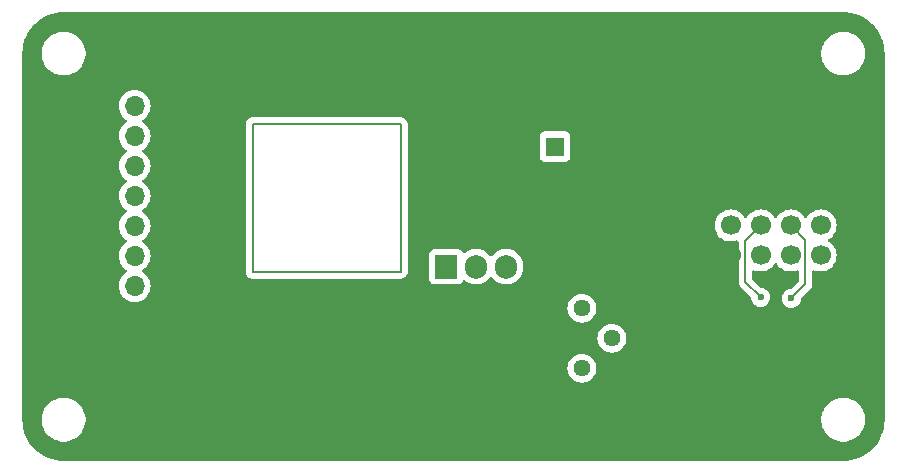
<source format=gbr>
%TF.GenerationSoftware,KiCad,Pcbnew,8.0.2*%
%TF.CreationDate,2024-05-29T18:10:03+12:00*%
%TF.ProjectId,power_supply,706f7765-725f-4737-9570-706c792e6b69,0.1.0*%
%TF.SameCoordinates,Original*%
%TF.FileFunction,Copper,L2,Bot*%
%TF.FilePolarity,Positive*%
%FSLAX46Y46*%
G04 Gerber Fmt 4.6, Leading zero omitted, Abs format (unit mm)*
G04 Created by KiCad (PCBNEW 8.0.2) date 2024-05-29 18:10:03*
%MOMM*%
%LPD*%
G01*
G04 APERTURE LIST*
G04 Aperture macros list*
%AMRoundRect*
0 Rectangle with rounded corners*
0 $1 Rounding radius*
0 $2 $3 $4 $5 $6 $7 $8 $9 X,Y pos of 4 corners*
0 Add a 4 corners polygon primitive as box body*
4,1,4,$2,$3,$4,$5,$6,$7,$8,$9,$2,$3,0*
0 Add four circle primitives for the rounded corners*
1,1,$1+$1,$2,$3*
1,1,$1+$1,$4,$5*
1,1,$1+$1,$6,$7*
1,1,$1+$1,$8,$9*
0 Add four rect primitives between the rounded corners*
20,1,$1+$1,$2,$3,$4,$5,0*
20,1,$1+$1,$4,$5,$6,$7,0*
20,1,$1+$1,$6,$7,$8,$9,0*
20,1,$1+$1,$8,$9,$2,$3,0*%
G04 Aperture macros list end*
%TA.AperFunction,NonConductor*%
%ADD10C,0.200000*%
%TD*%
%TA.AperFunction,ComponentPad*%
%ADD11R,1.905000X2.000000*%
%TD*%
%TA.AperFunction,ComponentPad*%
%ADD12O,1.905000X2.000000*%
%TD*%
%TA.AperFunction,ComponentPad*%
%ADD13R,1.700000X1.700000*%
%TD*%
%TA.AperFunction,ComponentPad*%
%ADD14O,1.700000X1.700000*%
%TD*%
%TA.AperFunction,ComponentPad*%
%ADD15RoundRect,0.250000X0.600000X-0.600000X0.600000X0.600000X-0.600000X0.600000X-0.600000X-0.600000X0*%
%TD*%
%TA.AperFunction,ComponentPad*%
%ADD16C,1.700000*%
%TD*%
%TA.AperFunction,ComponentPad*%
%ADD17R,1.600000X1.600000*%
%TD*%
%TA.AperFunction,ComponentPad*%
%ADD18C,1.600000*%
%TD*%
%TA.AperFunction,ComponentPad*%
%ADD19C,1.440000*%
%TD*%
%TA.AperFunction,ViaPad*%
%ADD20C,1.600000*%
%TD*%
%TA.AperFunction,ViaPad*%
%ADD21C,0.600000*%
%TD*%
%TA.AperFunction,ViaPad*%
%ADD22C,1.000000*%
%TD*%
%TA.AperFunction,Conductor*%
%ADD23C,0.130000*%
%TD*%
G04 APERTURE END LIST*
D10*
X136000000Y-75990000D02*
X148520000Y-75990000D01*
X148520000Y-88470000D01*
X136000000Y-88470000D01*
X136000000Y-75990000D01*
D11*
%TO.P,Q1,1,G*%
%TO.N,/GATE_DRIVE*%
X152385000Y-88045000D03*
D12*
%TO.P,Q1,2,D*%
%TO.N,/DRAIN*%
X154925000Y-88045000D03*
%TO.P,Q1,3,S*%
%TO.N,/CURRENT_SENSE*%
X157465000Y-88045000D03*
%TD*%
D13*
%TO.P,J2,1,Pin_1*%
%TO.N,GND*%
X126000000Y-97300000D03*
D14*
%TO.P,J2,2,Pin_2*%
X126000000Y-94760000D03*
%TO.P,J2,3,Pin_3*%
X126000000Y-92220000D03*
%TO.P,J2,4,Pin_4*%
%TO.N,LATCH*%
X126000000Y-89680000D03*
%TO.P,J2,5,Pin_5*%
%TO.N,CLK*%
X126000000Y-87140000D03*
%TO.P,J2,6,Pin_6*%
%TO.N,OE*%
X126000000Y-84600000D03*
%TO.P,J2,7,Pin_7*%
%TO.N,SER*%
X126000000Y-82060000D03*
%TO.P,J2,8,Pin_8*%
%TO.N,+3V3*%
X126000000Y-79520000D03*
%TO.P,J2,9,Pin_9*%
%TO.N,VBUS*%
X126000000Y-76980000D03*
%TO.P,J2,10,Pin_10*%
X126000000Y-74440000D03*
%TD*%
D15*
%TO.P,J3,1,Pin_1*%
%TO.N,GND*%
X173920000Y-87100000D03*
D16*
%TO.P,J3,2,Pin_2*%
X173920000Y-84560000D03*
%TO.P,J3,3,Pin_3*%
X176460000Y-87100000D03*
%TO.P,J3,4,Pin_4*%
%TO.N,+3V3*%
X176460000Y-84560000D03*
%TO.P,J3,5,Pin_5*%
%TO.N,170V*%
X179000000Y-87100000D03*
%TO.P,J3,6,Pin_6*%
%TO.N,SER*%
X179000000Y-84560000D03*
%TO.P,J3,7,Pin_7*%
%TO.N,170V*%
X181540000Y-87100000D03*
%TO.P,J3,8,Pin_8*%
%TO.N,OE*%
X181540000Y-84560000D03*
%TO.P,J3,9,Pin_9*%
%TO.N,CLK*%
X184080000Y-87100000D03*
%TO.P,J3,10,Pin_10*%
%TO.N,LATCH*%
X184080000Y-84560000D03*
%TD*%
D17*
%TO.P,C4,1*%
%TO.N,170V*%
X161600000Y-77892651D03*
D18*
%TO.P,C4,2*%
%TO.N,GND*%
X161600000Y-74392651D03*
%TD*%
D19*
%TO.P,RV1,1,1*%
%TO.N,FB*%
X163875000Y-91565000D03*
%TO.P,RV1,2,2*%
%TO.N,/FB_PD*%
X166415000Y-94105000D03*
%TO.P,RV1,3,3*%
X163875000Y-96645000D03*
%TD*%
D20*
%TO.N,GND*%
X144500000Y-93390000D03*
D21*
X160300000Y-92640000D03*
D22*
X150800000Y-95340000D03*
D21*
X160300000Y-94740000D03*
D22*
X152300000Y-95340000D03*
D21*
X159500000Y-92640000D03*
D22*
X160100000Y-95740000D03*
D21*
X159500000Y-94740000D03*
D22*
X153000000Y-73640000D03*
X153000000Y-74740000D03*
D20*
X158000000Y-74090000D03*
X156250000Y-74090000D03*
X159750000Y-74090000D03*
X154500000Y-74040000D03*
D21*
X168500000Y-91640000D03*
%TO.N,SER*%
X179000000Y-90640000D03*
%TO.N,OE*%
X181600000Y-90740000D03*
%TD*%
D23*
%TO.N,SER*%
X177700000Y-89340000D02*
X177700000Y-85860000D01*
X179000000Y-90640000D02*
X177700000Y-89340000D01*
X177700000Y-85860000D02*
X179000000Y-84560000D01*
%TO.N,OE*%
X182800000Y-85820000D02*
X181540000Y-84560000D01*
X182800000Y-89540000D02*
X182800000Y-85820000D01*
X181600000Y-90740000D02*
X182800000Y-89540000D01*
%TD*%
%TA.AperFunction,Conductor*%
%TO.N,GND*%
G36*
X186003032Y-66500648D02*
G01*
X186336929Y-66517052D01*
X186349037Y-66518245D01*
X186452146Y-66533539D01*
X186676699Y-66566849D01*
X186688617Y-66569219D01*
X187009951Y-66649709D01*
X187021588Y-66653240D01*
X187092806Y-66678722D01*
X187333467Y-66764832D01*
X187344688Y-66769479D01*
X187644163Y-66911120D01*
X187654871Y-66916844D01*
X187938988Y-67087137D01*
X187949106Y-67093897D01*
X188215170Y-67291224D01*
X188224576Y-67298944D01*
X188470013Y-67521395D01*
X188478604Y-67529986D01*
X188665755Y-67736475D01*
X188701055Y-67775423D01*
X188708775Y-67784829D01*
X188906102Y-68050893D01*
X188912862Y-68061011D01*
X189041776Y-68276092D01*
X189083148Y-68345116D01*
X189088883Y-68355844D01*
X189205651Y-68602730D01*
X189230514Y-68655297D01*
X189235170Y-68666540D01*
X189346759Y-68978411D01*
X189350292Y-68990055D01*
X189430777Y-69311369D01*
X189433151Y-69323305D01*
X189481754Y-69650962D01*
X189482947Y-69663071D01*
X189499351Y-69996966D01*
X189499500Y-70003051D01*
X189499500Y-100996948D01*
X189499351Y-101003033D01*
X189482947Y-101336928D01*
X189481754Y-101349037D01*
X189433151Y-101676694D01*
X189430777Y-101688630D01*
X189350292Y-102009944D01*
X189346759Y-102021588D01*
X189235170Y-102333459D01*
X189230514Y-102344702D01*
X189088885Y-102644151D01*
X189083148Y-102654883D01*
X188912862Y-102938988D01*
X188906102Y-102949106D01*
X188708775Y-103215170D01*
X188701055Y-103224576D01*
X188478611Y-103470006D01*
X188470006Y-103478611D01*
X188224576Y-103701055D01*
X188215170Y-103708775D01*
X187949106Y-103906102D01*
X187938988Y-103912862D01*
X187654883Y-104083148D01*
X187644151Y-104088885D01*
X187344702Y-104230514D01*
X187333459Y-104235170D01*
X187021588Y-104346759D01*
X187009944Y-104350292D01*
X186688630Y-104430777D01*
X186676694Y-104433151D01*
X186349037Y-104481754D01*
X186336928Y-104482947D01*
X186021989Y-104498419D01*
X186003031Y-104499351D01*
X185996949Y-104499500D01*
X120003051Y-104499500D01*
X119996968Y-104499351D01*
X119976900Y-104498365D01*
X119663071Y-104482947D01*
X119650962Y-104481754D01*
X119323305Y-104433151D01*
X119311369Y-104430777D01*
X118990055Y-104350292D01*
X118978411Y-104346759D01*
X118666540Y-104235170D01*
X118655301Y-104230515D01*
X118355844Y-104088883D01*
X118345121Y-104083150D01*
X118061011Y-103912862D01*
X118050893Y-103906102D01*
X117784829Y-103708775D01*
X117775423Y-103701055D01*
X117736475Y-103665755D01*
X117529986Y-103478604D01*
X117521395Y-103470013D01*
X117298944Y-103224576D01*
X117291224Y-103215170D01*
X117093897Y-102949106D01*
X117087137Y-102938988D01*
X116979766Y-102759850D01*
X116916844Y-102654871D01*
X116911120Y-102644163D01*
X116769479Y-102344688D01*
X116764829Y-102333459D01*
X116653240Y-102021588D01*
X116649707Y-102009944D01*
X116640958Y-101975015D01*
X116569219Y-101688617D01*
X116566848Y-101676694D01*
X116518245Y-101349037D01*
X116517052Y-101336927D01*
X116500649Y-101003032D01*
X116500500Y-100996948D01*
X116500500Y-100878456D01*
X118145500Y-100878456D01*
X118145500Y-101121543D01*
X118145501Y-101121559D01*
X118177230Y-101362569D01*
X118240149Y-101597386D01*
X118333175Y-101821972D01*
X118333182Y-101821987D01*
X118454730Y-102032516D01*
X118602722Y-102225380D01*
X118602730Y-102225389D01*
X118774611Y-102397270D01*
X118774619Y-102397277D01*
X118967483Y-102545269D01*
X119178012Y-102666817D01*
X119178027Y-102666824D01*
X119294171Y-102714932D01*
X119402612Y-102759850D01*
X119637429Y-102822769D01*
X119878450Y-102854500D01*
X119878457Y-102854500D01*
X120121543Y-102854500D01*
X120121550Y-102854500D01*
X120362571Y-102822769D01*
X120597388Y-102759850D01*
X120821984Y-102666819D01*
X121032516Y-102545269D01*
X121225380Y-102397278D01*
X121225384Y-102397273D01*
X121225389Y-102397270D01*
X121397270Y-102225389D01*
X121397273Y-102225384D01*
X121397278Y-102225380D01*
X121545269Y-102032516D01*
X121666819Y-101821984D01*
X121759850Y-101597388D01*
X121822769Y-101362571D01*
X121854500Y-101121550D01*
X121854500Y-100878456D01*
X184145500Y-100878456D01*
X184145500Y-101121543D01*
X184145501Y-101121559D01*
X184177230Y-101362569D01*
X184240149Y-101597386D01*
X184333175Y-101821972D01*
X184333182Y-101821987D01*
X184454730Y-102032516D01*
X184602722Y-102225380D01*
X184602730Y-102225389D01*
X184774611Y-102397270D01*
X184774619Y-102397277D01*
X184967483Y-102545269D01*
X185178012Y-102666817D01*
X185178027Y-102666824D01*
X185294171Y-102714932D01*
X185402612Y-102759850D01*
X185637429Y-102822769D01*
X185878450Y-102854500D01*
X185878457Y-102854500D01*
X186121543Y-102854500D01*
X186121550Y-102854500D01*
X186362571Y-102822769D01*
X186597388Y-102759850D01*
X186821984Y-102666819D01*
X187032516Y-102545269D01*
X187225380Y-102397278D01*
X187225384Y-102397273D01*
X187225389Y-102397270D01*
X187397270Y-102225389D01*
X187397273Y-102225384D01*
X187397278Y-102225380D01*
X187545269Y-102032516D01*
X187666819Y-101821984D01*
X187759850Y-101597388D01*
X187822769Y-101362571D01*
X187854500Y-101121550D01*
X187854500Y-100878450D01*
X187822769Y-100637429D01*
X187759850Y-100402612D01*
X187666819Y-100178016D01*
X187666817Y-100178012D01*
X187545269Y-99967483D01*
X187397277Y-99774619D01*
X187397270Y-99774611D01*
X187225389Y-99602730D01*
X187225380Y-99602722D01*
X187032516Y-99454730D01*
X186821987Y-99333182D01*
X186821972Y-99333175D01*
X186597386Y-99240149D01*
X186362569Y-99177230D01*
X186121559Y-99145501D01*
X186121556Y-99145500D01*
X186121550Y-99145500D01*
X185878450Y-99145500D01*
X185878444Y-99145500D01*
X185878440Y-99145501D01*
X185637430Y-99177230D01*
X185402613Y-99240149D01*
X185178027Y-99333175D01*
X185178012Y-99333182D01*
X184967483Y-99454730D01*
X184774619Y-99602722D01*
X184602722Y-99774619D01*
X184454730Y-99967483D01*
X184333182Y-100178012D01*
X184333175Y-100178027D01*
X184240149Y-100402613D01*
X184177230Y-100637430D01*
X184145501Y-100878440D01*
X184145500Y-100878456D01*
X121854500Y-100878456D01*
X121854500Y-100878450D01*
X121822769Y-100637429D01*
X121759850Y-100402612D01*
X121666819Y-100178016D01*
X121666817Y-100178012D01*
X121545269Y-99967483D01*
X121397277Y-99774619D01*
X121397270Y-99774611D01*
X121225389Y-99602730D01*
X121225380Y-99602722D01*
X121032516Y-99454730D01*
X120821987Y-99333182D01*
X120821972Y-99333175D01*
X120597386Y-99240149D01*
X120362569Y-99177230D01*
X120121559Y-99145501D01*
X120121556Y-99145500D01*
X120121550Y-99145500D01*
X119878450Y-99145500D01*
X119878444Y-99145500D01*
X119878440Y-99145501D01*
X119637430Y-99177230D01*
X119402613Y-99240149D01*
X119178027Y-99333175D01*
X119178012Y-99333182D01*
X118967483Y-99454730D01*
X118774619Y-99602722D01*
X118602722Y-99774619D01*
X118454730Y-99967483D01*
X118333182Y-100178012D01*
X118333175Y-100178027D01*
X118240149Y-100402613D01*
X118177230Y-100637430D01*
X118145501Y-100878440D01*
X118145500Y-100878456D01*
X116500500Y-100878456D01*
X116500500Y-96644998D01*
X162649838Y-96644998D01*
X162649838Y-96645001D01*
X162668450Y-96857741D01*
X162668452Y-96857752D01*
X162723721Y-97064022D01*
X162723723Y-97064026D01*
X162723724Y-97064030D01*
X162766171Y-97155058D01*
X162813977Y-97257578D01*
X162936472Y-97432521D01*
X163087478Y-97583527D01*
X163087481Y-97583529D01*
X163262419Y-97706021D01*
X163262421Y-97706022D01*
X163262420Y-97706022D01*
X163326936Y-97736106D01*
X163455970Y-97796276D01*
X163662253Y-97851549D01*
X163814215Y-97864844D01*
X163874998Y-97870162D01*
X163875000Y-97870162D01*
X163875002Y-97870162D01*
X163928186Y-97865508D01*
X164087747Y-97851549D01*
X164294030Y-97796276D01*
X164487581Y-97706021D01*
X164662519Y-97583529D01*
X164813529Y-97432519D01*
X164936021Y-97257581D01*
X165026276Y-97064030D01*
X165081549Y-96857747D01*
X165100162Y-96645000D01*
X165081549Y-96432253D01*
X165026276Y-96225970D01*
X164936021Y-96032419D01*
X164813529Y-95857481D01*
X164813527Y-95857478D01*
X164662521Y-95706472D01*
X164487578Y-95583977D01*
X164487579Y-95583977D01*
X164358547Y-95523809D01*
X164294030Y-95493724D01*
X164294026Y-95493723D01*
X164294022Y-95493721D01*
X164087752Y-95438452D01*
X164087748Y-95438451D01*
X164087747Y-95438451D01*
X164087746Y-95438450D01*
X164087741Y-95438450D01*
X163875002Y-95419838D01*
X163874998Y-95419838D01*
X163662258Y-95438450D01*
X163662247Y-95438452D01*
X163455977Y-95493721D01*
X163455968Y-95493725D01*
X163262421Y-95583977D01*
X163087478Y-95706472D01*
X162936472Y-95857478D01*
X162813977Y-96032421D01*
X162723725Y-96225968D01*
X162723721Y-96225977D01*
X162668452Y-96432247D01*
X162668450Y-96432258D01*
X162649838Y-96644998D01*
X116500500Y-96644998D01*
X116500500Y-94104998D01*
X165189838Y-94104998D01*
X165189838Y-94105001D01*
X165208450Y-94317741D01*
X165208452Y-94317752D01*
X165263721Y-94524022D01*
X165263723Y-94524026D01*
X165263724Y-94524030D01*
X165306171Y-94615058D01*
X165353977Y-94717578D01*
X165476472Y-94892521D01*
X165627478Y-95043527D01*
X165627481Y-95043529D01*
X165802419Y-95166021D01*
X165802421Y-95166022D01*
X165802420Y-95166022D01*
X165866936Y-95196106D01*
X165995970Y-95256276D01*
X166202253Y-95311549D01*
X166354215Y-95324844D01*
X166414998Y-95330162D01*
X166415000Y-95330162D01*
X166415002Y-95330162D01*
X166468186Y-95325508D01*
X166627747Y-95311549D01*
X166834030Y-95256276D01*
X167027581Y-95166021D01*
X167202519Y-95043529D01*
X167353529Y-94892519D01*
X167476021Y-94717581D01*
X167566276Y-94524030D01*
X167621549Y-94317747D01*
X167640162Y-94105000D01*
X167621549Y-93892253D01*
X167566276Y-93685970D01*
X167476021Y-93492419D01*
X167353529Y-93317481D01*
X167353527Y-93317478D01*
X167202521Y-93166472D01*
X167027578Y-93043977D01*
X167027579Y-93043977D01*
X166898547Y-92983809D01*
X166834030Y-92953724D01*
X166834026Y-92953723D01*
X166834022Y-92953721D01*
X166627752Y-92898452D01*
X166627748Y-92898451D01*
X166627747Y-92898451D01*
X166627746Y-92898450D01*
X166627741Y-92898450D01*
X166415002Y-92879838D01*
X166414998Y-92879838D01*
X166202258Y-92898450D01*
X166202247Y-92898452D01*
X165995977Y-92953721D01*
X165995968Y-92953725D01*
X165802421Y-93043977D01*
X165627478Y-93166472D01*
X165476472Y-93317478D01*
X165353977Y-93492421D01*
X165263725Y-93685968D01*
X165263721Y-93685977D01*
X165208452Y-93892247D01*
X165208450Y-93892258D01*
X165189838Y-94104998D01*
X116500500Y-94104998D01*
X116500500Y-91564998D01*
X162649838Y-91564998D01*
X162649838Y-91565001D01*
X162668450Y-91777741D01*
X162668452Y-91777752D01*
X162723721Y-91984022D01*
X162723723Y-91984026D01*
X162723724Y-91984030D01*
X162766171Y-92075058D01*
X162813977Y-92177578D01*
X162936472Y-92352521D01*
X163087478Y-92503527D01*
X163087481Y-92503529D01*
X163262419Y-92626021D01*
X163262421Y-92626022D01*
X163262420Y-92626022D01*
X163326936Y-92656106D01*
X163455970Y-92716276D01*
X163662253Y-92771549D01*
X163814215Y-92784844D01*
X163874998Y-92790162D01*
X163875000Y-92790162D01*
X163875002Y-92790162D01*
X163928186Y-92785508D01*
X164087747Y-92771549D01*
X164294030Y-92716276D01*
X164487581Y-92626021D01*
X164662519Y-92503529D01*
X164813529Y-92352519D01*
X164936021Y-92177581D01*
X165026276Y-91984030D01*
X165081549Y-91777747D01*
X165100162Y-91565000D01*
X165081549Y-91352253D01*
X165026276Y-91145970D01*
X164936021Y-90952419D01*
X164813529Y-90777481D01*
X164813527Y-90777478D01*
X164662521Y-90626472D01*
X164487578Y-90503977D01*
X164487579Y-90503977D01*
X164358547Y-90443809D01*
X164294030Y-90413724D01*
X164294026Y-90413723D01*
X164294022Y-90413721D01*
X164087752Y-90358452D01*
X164087748Y-90358451D01*
X164087747Y-90358451D01*
X164087746Y-90358450D01*
X164087741Y-90358450D01*
X163875002Y-90339838D01*
X163874998Y-90339838D01*
X163662258Y-90358450D01*
X163662247Y-90358452D01*
X163455977Y-90413721D01*
X163455968Y-90413725D01*
X163262421Y-90503977D01*
X163087478Y-90626472D01*
X162936472Y-90777478D01*
X162813977Y-90952421D01*
X162723725Y-91145968D01*
X162723721Y-91145977D01*
X162668452Y-91352247D01*
X162668450Y-91352258D01*
X162649838Y-91564998D01*
X116500500Y-91564998D01*
X116500500Y-74439999D01*
X124644341Y-74439999D01*
X124644341Y-74440000D01*
X124664936Y-74675403D01*
X124664938Y-74675413D01*
X124726094Y-74903655D01*
X124726096Y-74903659D01*
X124726097Y-74903663D01*
X124825965Y-75117830D01*
X124825967Y-75117834D01*
X124961501Y-75311395D01*
X124961506Y-75311402D01*
X125128597Y-75478493D01*
X125128603Y-75478498D01*
X125314158Y-75608425D01*
X125357783Y-75663002D01*
X125364977Y-75732500D01*
X125333454Y-75794855D01*
X125314158Y-75811575D01*
X125128597Y-75941505D01*
X124961505Y-76108597D01*
X124825965Y-76302169D01*
X124825964Y-76302171D01*
X124726098Y-76516335D01*
X124726094Y-76516344D01*
X124664938Y-76744586D01*
X124664936Y-76744596D01*
X124644341Y-76979999D01*
X124644341Y-76980000D01*
X124664936Y-77215403D01*
X124664938Y-77215413D01*
X124726094Y-77443655D01*
X124726096Y-77443659D01*
X124726097Y-77443663D01*
X124825965Y-77657830D01*
X124825967Y-77657834D01*
X124961501Y-77851395D01*
X124961506Y-77851402D01*
X125128597Y-78018493D01*
X125128603Y-78018498D01*
X125314158Y-78148425D01*
X125357783Y-78203002D01*
X125364977Y-78272500D01*
X125333454Y-78334855D01*
X125314158Y-78351575D01*
X125128597Y-78481505D01*
X124961505Y-78648597D01*
X124825965Y-78842169D01*
X124825964Y-78842171D01*
X124726098Y-79056335D01*
X124726094Y-79056344D01*
X124664938Y-79284586D01*
X124664936Y-79284596D01*
X124644341Y-79519999D01*
X124644341Y-79520000D01*
X124664936Y-79755403D01*
X124664938Y-79755413D01*
X124726094Y-79983655D01*
X124726096Y-79983659D01*
X124726097Y-79983663D01*
X124825965Y-80197830D01*
X124825967Y-80197834D01*
X124961501Y-80391395D01*
X124961506Y-80391402D01*
X125128597Y-80558493D01*
X125128603Y-80558498D01*
X125314158Y-80688425D01*
X125357783Y-80743002D01*
X125364977Y-80812500D01*
X125333454Y-80874855D01*
X125314158Y-80891575D01*
X125128597Y-81021505D01*
X124961505Y-81188597D01*
X124825965Y-81382169D01*
X124825964Y-81382171D01*
X124726098Y-81596335D01*
X124726094Y-81596344D01*
X124664938Y-81824586D01*
X124664936Y-81824596D01*
X124644341Y-82059999D01*
X124644341Y-82060000D01*
X124664936Y-82295403D01*
X124664938Y-82295413D01*
X124726094Y-82523655D01*
X124726096Y-82523659D01*
X124726097Y-82523663D01*
X124825965Y-82737830D01*
X124825967Y-82737834D01*
X124961501Y-82931395D01*
X124961506Y-82931402D01*
X125128597Y-83098493D01*
X125128603Y-83098498D01*
X125314158Y-83228425D01*
X125357783Y-83283002D01*
X125364977Y-83352500D01*
X125333454Y-83414855D01*
X125314158Y-83431575D01*
X125128597Y-83561505D01*
X124961505Y-83728597D01*
X124825965Y-83922169D01*
X124825964Y-83922171D01*
X124726098Y-84136335D01*
X124726094Y-84136344D01*
X124664938Y-84364586D01*
X124664936Y-84364596D01*
X124644341Y-84599999D01*
X124644341Y-84600000D01*
X124664936Y-84835403D01*
X124664938Y-84835413D01*
X124726094Y-85063655D01*
X124726096Y-85063659D01*
X124726097Y-85063663D01*
X124790706Y-85202217D01*
X124825965Y-85277830D01*
X124825967Y-85277834D01*
X124961501Y-85471395D01*
X124961506Y-85471402D01*
X125128597Y-85638493D01*
X125128603Y-85638498D01*
X125314158Y-85768425D01*
X125357783Y-85823002D01*
X125364977Y-85892500D01*
X125333454Y-85954855D01*
X125314158Y-85971575D01*
X125128597Y-86101505D01*
X124961505Y-86268597D01*
X124825965Y-86462169D01*
X124825964Y-86462171D01*
X124726098Y-86676335D01*
X124726094Y-86676344D01*
X124664938Y-86904586D01*
X124664936Y-86904596D01*
X124644341Y-87139999D01*
X124644341Y-87140000D01*
X124664936Y-87375403D01*
X124664938Y-87375413D01*
X124726094Y-87603655D01*
X124726096Y-87603659D01*
X124726097Y-87603663D01*
X124790706Y-87742217D01*
X124825965Y-87817830D01*
X124825967Y-87817834D01*
X124961501Y-88011395D01*
X124961506Y-88011402D01*
X125128597Y-88178493D01*
X125128603Y-88178498D01*
X125314158Y-88308425D01*
X125357783Y-88363002D01*
X125364977Y-88432500D01*
X125333454Y-88494855D01*
X125314158Y-88511575D01*
X125128597Y-88641505D01*
X124961505Y-88808597D01*
X124825965Y-89002169D01*
X124825964Y-89002171D01*
X124726098Y-89216335D01*
X124726094Y-89216344D01*
X124664938Y-89444586D01*
X124664936Y-89444596D01*
X124644341Y-89679999D01*
X124644341Y-89680000D01*
X124664936Y-89915403D01*
X124664938Y-89915413D01*
X124726094Y-90143655D01*
X124726096Y-90143659D01*
X124726097Y-90143663D01*
X124769965Y-90237737D01*
X124825965Y-90357830D01*
X124825967Y-90357834D01*
X124848825Y-90390478D01*
X124961505Y-90551401D01*
X125128599Y-90718495D01*
X125159316Y-90740003D01*
X125322165Y-90854032D01*
X125322167Y-90854033D01*
X125322170Y-90854035D01*
X125536337Y-90953903D01*
X125764592Y-91015063D01*
X125952918Y-91031539D01*
X125999999Y-91035659D01*
X126000000Y-91035659D01*
X126000001Y-91035659D01*
X126039234Y-91032226D01*
X126235408Y-91015063D01*
X126463663Y-90953903D01*
X126677830Y-90854035D01*
X126871401Y-90718495D01*
X127038495Y-90551401D01*
X127174035Y-90357830D01*
X127273903Y-90143663D01*
X127335063Y-89915408D01*
X127355659Y-89680000D01*
X127335063Y-89444592D01*
X127273903Y-89216337D01*
X127174035Y-89002171D01*
X127140699Y-88954561D01*
X127038494Y-88808597D01*
X126871402Y-88641506D01*
X126871396Y-88641501D01*
X126685842Y-88511575D01*
X126642217Y-88456998D01*
X126635023Y-88387500D01*
X126666546Y-88325145D01*
X126685842Y-88308425D01*
X126734960Y-88274032D01*
X126871401Y-88178495D01*
X127038495Y-88011401D01*
X127174035Y-87817830D01*
X127273903Y-87603663D01*
X127335063Y-87375408D01*
X127355659Y-87140000D01*
X127335063Y-86904592D01*
X127273903Y-86676337D01*
X127174035Y-86462171D01*
X127153928Y-86433454D01*
X127038494Y-86268597D01*
X126871402Y-86101506D01*
X126871396Y-86101501D01*
X126685842Y-85971575D01*
X126642217Y-85916998D01*
X126635023Y-85847500D01*
X126666546Y-85785145D01*
X126685842Y-85768425D01*
X126783894Y-85699768D01*
X126871401Y-85638495D01*
X127038495Y-85471401D01*
X127174035Y-85277830D01*
X127273903Y-85063663D01*
X127335063Y-84835408D01*
X127355659Y-84600000D01*
X127335063Y-84364592D01*
X127273903Y-84136337D01*
X127174035Y-83922171D01*
X127153928Y-83893454D01*
X127038494Y-83728597D01*
X126871402Y-83561506D01*
X126871396Y-83561501D01*
X126685842Y-83431575D01*
X126642217Y-83376998D01*
X126635023Y-83307500D01*
X126666546Y-83245145D01*
X126685842Y-83228425D01*
X126720237Y-83204341D01*
X126871401Y-83098495D01*
X127038495Y-82931401D01*
X127174035Y-82737830D01*
X127273903Y-82523663D01*
X127335063Y-82295408D01*
X127355659Y-82060000D01*
X127335063Y-81824592D01*
X127273903Y-81596337D01*
X127174035Y-81382171D01*
X127038495Y-81188599D01*
X127038494Y-81188597D01*
X126871402Y-81021506D01*
X126871396Y-81021501D01*
X126685842Y-80891575D01*
X126642217Y-80836998D01*
X126635023Y-80767500D01*
X126666546Y-80705145D01*
X126685842Y-80688425D01*
X126708026Y-80672891D01*
X126871401Y-80558495D01*
X127038495Y-80391401D01*
X127174035Y-80197830D01*
X127273903Y-79983663D01*
X127335063Y-79755408D01*
X127355659Y-79520000D01*
X127335063Y-79284592D01*
X127273903Y-79056337D01*
X127174035Y-78842171D01*
X127102869Y-78740534D01*
X127038494Y-78648597D01*
X126871402Y-78481506D01*
X126871396Y-78481501D01*
X126685842Y-78351575D01*
X126642217Y-78296998D01*
X126635023Y-78227500D01*
X126666546Y-78165145D01*
X126685842Y-78148425D01*
X126708026Y-78132891D01*
X126871401Y-78018495D01*
X127038495Y-77851401D01*
X127174035Y-77657830D01*
X127273903Y-77443663D01*
X127335063Y-77215408D01*
X127355659Y-76980000D01*
X127335063Y-76744592D01*
X127273903Y-76516337D01*
X127174035Y-76302171D01*
X127038495Y-76108599D01*
X127038494Y-76108597D01*
X126871402Y-75941506D01*
X126871396Y-75941501D01*
X126827755Y-75910943D01*
X135399500Y-75910943D01*
X135399500Y-88549057D01*
X135424272Y-88641505D01*
X135440423Y-88701783D01*
X135440426Y-88701790D01*
X135519475Y-88838709D01*
X135519479Y-88838714D01*
X135519480Y-88838716D01*
X135631284Y-88950520D01*
X135631286Y-88950521D01*
X135631290Y-88950524D01*
X135720747Y-89002171D01*
X135768216Y-89029577D01*
X135920943Y-89070500D01*
X135920945Y-89070500D01*
X148599055Y-89070500D01*
X148599057Y-89070500D01*
X148751784Y-89029577D01*
X148888716Y-88950520D01*
X149000520Y-88838716D01*
X149079577Y-88701784D01*
X149120500Y-88549057D01*
X149120500Y-86997135D01*
X150932000Y-86997135D01*
X150932000Y-89092870D01*
X150932001Y-89092876D01*
X150938408Y-89152483D01*
X150988702Y-89287328D01*
X150988706Y-89287335D01*
X151074952Y-89402544D01*
X151074955Y-89402547D01*
X151190164Y-89488793D01*
X151190171Y-89488797D01*
X151325017Y-89539091D01*
X151325016Y-89539091D01*
X151331944Y-89539835D01*
X151384627Y-89545500D01*
X153385372Y-89545499D01*
X153444983Y-89539091D01*
X153579831Y-89488796D01*
X153695046Y-89402546D01*
X153781296Y-89287331D01*
X153791690Y-89259460D01*
X153833560Y-89203527D01*
X153899023Y-89179108D01*
X153967297Y-89193958D01*
X153980746Y-89202465D01*
X154163462Y-89335217D01*
X154295599Y-89402544D01*
X154367244Y-89439049D01*
X154584751Y-89509721D01*
X154584752Y-89509721D01*
X154584755Y-89509722D01*
X154810646Y-89545500D01*
X154810647Y-89545500D01*
X155039353Y-89545500D01*
X155039354Y-89545500D01*
X155265245Y-89509722D01*
X155265248Y-89509721D01*
X155265249Y-89509721D01*
X155482755Y-89439049D01*
X155482755Y-89439048D01*
X155482758Y-89439048D01*
X155686538Y-89335217D01*
X155871566Y-89200786D01*
X156033286Y-89039066D01*
X156094683Y-88954559D01*
X156150012Y-88911896D01*
X156219625Y-88905917D01*
X156281420Y-88938523D01*
X156295314Y-88954556D01*
X156356714Y-89039066D01*
X156518434Y-89200786D01*
X156703462Y-89335217D01*
X156835599Y-89402544D01*
X156907244Y-89439049D01*
X157124751Y-89509721D01*
X157124752Y-89509721D01*
X157124755Y-89509722D01*
X157350646Y-89545500D01*
X157350647Y-89545500D01*
X157579353Y-89545500D01*
X157579354Y-89545500D01*
X157805245Y-89509722D01*
X157805248Y-89509721D01*
X157805249Y-89509721D01*
X158022755Y-89439049D01*
X158022755Y-89439048D01*
X158022758Y-89439048D01*
X158226538Y-89335217D01*
X158411566Y-89200786D01*
X158573286Y-89039066D01*
X158707717Y-88854038D01*
X158811548Y-88650258D01*
X158844430Y-88549057D01*
X158882221Y-88432749D01*
X158882221Y-88432748D01*
X158882222Y-88432745D01*
X158918000Y-88206854D01*
X158918000Y-87883146D01*
X158882222Y-87657255D01*
X158882221Y-87657251D01*
X158882221Y-87657250D01*
X158811549Y-87439744D01*
X158758387Y-87335408D01*
X158707717Y-87235962D01*
X158573286Y-87050934D01*
X158411566Y-86889214D01*
X158226538Y-86754783D01*
X158022755Y-86650950D01*
X157805248Y-86580278D01*
X157619812Y-86550908D01*
X157579354Y-86544500D01*
X157350646Y-86544500D01*
X157310188Y-86550908D01*
X157124753Y-86580278D01*
X157124750Y-86580278D01*
X156907244Y-86650950D01*
X156703461Y-86754783D01*
X156637550Y-86802671D01*
X156518434Y-86889214D01*
X156518432Y-86889216D01*
X156518431Y-86889216D01*
X156356715Y-87050932D01*
X156295318Y-87135438D01*
X156239987Y-87178103D01*
X156170374Y-87184082D01*
X156108579Y-87151476D01*
X156094682Y-87135438D01*
X156083773Y-87120423D01*
X156033286Y-87050934D01*
X155871566Y-86889214D01*
X155686538Y-86754783D01*
X155482755Y-86650950D01*
X155265248Y-86580278D01*
X155079812Y-86550908D01*
X155039354Y-86544500D01*
X154810646Y-86544500D01*
X154770188Y-86550908D01*
X154584753Y-86580278D01*
X154584750Y-86580278D01*
X154367244Y-86650950D01*
X154163461Y-86754783D01*
X154059194Y-86830538D01*
X154012332Y-86864586D01*
X153980759Y-86887525D01*
X153914952Y-86911005D01*
X153846898Y-86895180D01*
X153798203Y-86845074D01*
X153791690Y-86830538D01*
X153781296Y-86802669D01*
X153781293Y-86802664D01*
X153695047Y-86687455D01*
X153695044Y-86687452D01*
X153579835Y-86601206D01*
X153579828Y-86601202D01*
X153444982Y-86550908D01*
X153444983Y-86550908D01*
X153385383Y-86544501D01*
X153385381Y-86544500D01*
X153385373Y-86544500D01*
X153385364Y-86544500D01*
X151384629Y-86544500D01*
X151384623Y-86544501D01*
X151325016Y-86550908D01*
X151190171Y-86601202D01*
X151190164Y-86601206D01*
X151074955Y-86687452D01*
X151074952Y-86687455D01*
X150988706Y-86802664D01*
X150988702Y-86802671D01*
X150938408Y-86937517D01*
X150932001Y-86997116D01*
X150932000Y-86997135D01*
X149120500Y-86997135D01*
X149120500Y-84559999D01*
X175104341Y-84559999D01*
X175104341Y-84560000D01*
X175124936Y-84795403D01*
X175124938Y-84795413D01*
X175186094Y-85023655D01*
X175186096Y-85023659D01*
X175186097Y-85023663D01*
X175204750Y-85063664D01*
X175285965Y-85237830D01*
X175285967Y-85237834D01*
X175313973Y-85277830D01*
X175421505Y-85431401D01*
X175588599Y-85598495D01*
X175645722Y-85638493D01*
X175782165Y-85734032D01*
X175782167Y-85734033D01*
X175782170Y-85734035D01*
X175996337Y-85833903D01*
X176224592Y-85895063D01*
X176412918Y-85911539D01*
X176459999Y-85915659D01*
X176460000Y-85915659D01*
X176460001Y-85915659D01*
X176499234Y-85912226D01*
X176695408Y-85895063D01*
X176923663Y-85833903D01*
X176958096Y-85817846D01*
X177027170Y-85807354D01*
X177090955Y-85835872D01*
X177129196Y-85894348D01*
X177134500Y-85930228D01*
X177134500Y-89265550D01*
X177134500Y-89414450D01*
X177160028Y-89509721D01*
X177173038Y-89558276D01*
X177173039Y-89558277D01*
X177247484Y-89687221D01*
X177247488Y-89687226D01*
X178163013Y-90602751D01*
X178196498Y-90664074D01*
X178198552Y-90676548D01*
X178214630Y-90819250D01*
X178214631Y-90819254D01*
X178274211Y-90989523D01*
X178337045Y-91089522D01*
X178370184Y-91142262D01*
X178497738Y-91269816D01*
X178588080Y-91326582D01*
X178628943Y-91352258D01*
X178650478Y-91365789D01*
X178661984Y-91369815D01*
X178820745Y-91425368D01*
X178820750Y-91425369D01*
X178999996Y-91445565D01*
X179000000Y-91445565D01*
X179000004Y-91445565D01*
X179179249Y-91425369D01*
X179179252Y-91425368D01*
X179179255Y-91425368D01*
X179349522Y-91365789D01*
X179502262Y-91269816D01*
X179629816Y-91142262D01*
X179725789Y-90989522D01*
X179785368Y-90819255D01*
X179790180Y-90776548D01*
X179805565Y-90640003D01*
X179805565Y-90639996D01*
X179785369Y-90460750D01*
X179785368Y-90460745D01*
X179768914Y-90413721D01*
X179725789Y-90290478D01*
X179629816Y-90137738D01*
X179502262Y-90010184D01*
X179413852Y-89954632D01*
X179349523Y-89914211D01*
X179179254Y-89854631D01*
X179179250Y-89854630D01*
X179036548Y-89838552D01*
X178972134Y-89811485D01*
X178962751Y-89803013D01*
X178301819Y-89142081D01*
X178268334Y-89080758D01*
X178265500Y-89054400D01*
X178265500Y-88442250D01*
X178285185Y-88375211D01*
X178337989Y-88329456D01*
X178407147Y-88319512D01*
X178441901Y-88329867D01*
X178536337Y-88373903D01*
X178536342Y-88373904D01*
X178536344Y-88373905D01*
X178576024Y-88384537D01*
X178764592Y-88435063D01*
X178952918Y-88451539D01*
X178999999Y-88455659D01*
X179000000Y-88455659D01*
X179000001Y-88455659D01*
X179046668Y-88451576D01*
X179235408Y-88435063D01*
X179463663Y-88373903D01*
X179677830Y-88274035D01*
X179871401Y-88138495D01*
X180038495Y-87971401D01*
X180168425Y-87785842D01*
X180223002Y-87742217D01*
X180292500Y-87735023D01*
X180354855Y-87766546D01*
X180371575Y-87785842D01*
X180501500Y-87971395D01*
X180501505Y-87971401D01*
X180668599Y-88138495D01*
X180725722Y-88178493D01*
X180862165Y-88274032D01*
X180862167Y-88274033D01*
X180862170Y-88274035D01*
X181076337Y-88373903D01*
X181076343Y-88373904D01*
X181076344Y-88373905D01*
X181116024Y-88384537D01*
X181304592Y-88435063D01*
X181492918Y-88451539D01*
X181539999Y-88455659D01*
X181540000Y-88455659D01*
X181540001Y-88455659D01*
X181586668Y-88451576D01*
X181775408Y-88435063D01*
X182003663Y-88373903D01*
X182058098Y-88348519D01*
X182127171Y-88338028D01*
X182190956Y-88366547D01*
X182229196Y-88425023D01*
X182234500Y-88460902D01*
X182234500Y-89254399D01*
X182214815Y-89321438D01*
X182198181Y-89342080D01*
X181637247Y-89903013D01*
X181575924Y-89936498D01*
X181563450Y-89938552D01*
X181420749Y-89954630D01*
X181420745Y-89954631D01*
X181250476Y-90014211D01*
X181097737Y-90110184D01*
X180970184Y-90237737D01*
X180874211Y-90390476D01*
X180814631Y-90560745D01*
X180814630Y-90560750D01*
X180794435Y-90739996D01*
X180794435Y-90740003D01*
X180814630Y-90919249D01*
X180814631Y-90919254D01*
X180874211Y-91089523D01*
X180909684Y-91145977D01*
X180970184Y-91242262D01*
X181097738Y-91369816D01*
X181250478Y-91465789D01*
X181420745Y-91525368D01*
X181420750Y-91525369D01*
X181599996Y-91545565D01*
X181600000Y-91545565D01*
X181600004Y-91545565D01*
X181779249Y-91525369D01*
X181779252Y-91525368D01*
X181779255Y-91525368D01*
X181949522Y-91465789D01*
X182102262Y-91369816D01*
X182229816Y-91242262D01*
X182325789Y-91089522D01*
X182385368Y-90919255D01*
X182392717Y-90854035D01*
X182401447Y-90776548D01*
X182428513Y-90712134D01*
X182436976Y-90702760D01*
X183252513Y-89887225D01*
X183326962Y-89758275D01*
X183365500Y-89614450D01*
X183365500Y-89465550D01*
X183365500Y-88451576D01*
X183385185Y-88384537D01*
X183437989Y-88338782D01*
X183507147Y-88328838D01*
X183541900Y-88339192D01*
X183616337Y-88373903D01*
X183616342Y-88373904D01*
X183616344Y-88373905D01*
X183656024Y-88384537D01*
X183844592Y-88435063D01*
X184032918Y-88451539D01*
X184079999Y-88455659D01*
X184080000Y-88455659D01*
X184080001Y-88455659D01*
X184126668Y-88451576D01*
X184315408Y-88435063D01*
X184543663Y-88373903D01*
X184757830Y-88274035D01*
X184951401Y-88138495D01*
X185118495Y-87971401D01*
X185254035Y-87777830D01*
X185353903Y-87563663D01*
X185415063Y-87335408D01*
X185435659Y-87100000D01*
X185415063Y-86864592D01*
X185357819Y-86650952D01*
X185353905Y-86636344D01*
X185353904Y-86636343D01*
X185353903Y-86636337D01*
X185254035Y-86422171D01*
X185248425Y-86414158D01*
X185118494Y-86228597D01*
X184951402Y-86061506D01*
X184951396Y-86061501D01*
X184765842Y-85931575D01*
X184722217Y-85876998D01*
X184715023Y-85807500D01*
X184746546Y-85745145D01*
X184765842Y-85728425D01*
X184806768Y-85699768D01*
X184951401Y-85598495D01*
X185118495Y-85431401D01*
X185254035Y-85237830D01*
X185353903Y-85023663D01*
X185415063Y-84795408D01*
X185435659Y-84560000D01*
X185415063Y-84324592D01*
X185353903Y-84096337D01*
X185254035Y-83882171D01*
X185248425Y-83874158D01*
X185118494Y-83688597D01*
X184951402Y-83521506D01*
X184951395Y-83521501D01*
X184757834Y-83385967D01*
X184757830Y-83385965D01*
X184686064Y-83352500D01*
X184543663Y-83286097D01*
X184543659Y-83286096D01*
X184543655Y-83286094D01*
X184315413Y-83224938D01*
X184315403Y-83224936D01*
X184080001Y-83204341D01*
X184079999Y-83204341D01*
X183844596Y-83224936D01*
X183844586Y-83224938D01*
X183616344Y-83286094D01*
X183616335Y-83286098D01*
X183402171Y-83385964D01*
X183402169Y-83385965D01*
X183208597Y-83521505D01*
X183041505Y-83688597D01*
X182911575Y-83874158D01*
X182856998Y-83917783D01*
X182787500Y-83924977D01*
X182725145Y-83893454D01*
X182708425Y-83874158D01*
X182578494Y-83688597D01*
X182411402Y-83521506D01*
X182411395Y-83521501D01*
X182217834Y-83385967D01*
X182217830Y-83385965D01*
X182146064Y-83352500D01*
X182003663Y-83286097D01*
X182003659Y-83286096D01*
X182003655Y-83286094D01*
X181775413Y-83224938D01*
X181775403Y-83224936D01*
X181540001Y-83204341D01*
X181539999Y-83204341D01*
X181304596Y-83224936D01*
X181304586Y-83224938D01*
X181076344Y-83286094D01*
X181076335Y-83286098D01*
X180862171Y-83385964D01*
X180862169Y-83385965D01*
X180668597Y-83521505D01*
X180501505Y-83688597D01*
X180371575Y-83874158D01*
X180316998Y-83917783D01*
X180247500Y-83924977D01*
X180185145Y-83893454D01*
X180168425Y-83874158D01*
X180038494Y-83688597D01*
X179871402Y-83521506D01*
X179871395Y-83521501D01*
X179677834Y-83385967D01*
X179677830Y-83385965D01*
X179606064Y-83352500D01*
X179463663Y-83286097D01*
X179463659Y-83286096D01*
X179463655Y-83286094D01*
X179235413Y-83224938D01*
X179235403Y-83224936D01*
X179000001Y-83204341D01*
X178999999Y-83204341D01*
X178764596Y-83224936D01*
X178764586Y-83224938D01*
X178536344Y-83286094D01*
X178536335Y-83286098D01*
X178322171Y-83385964D01*
X178322169Y-83385965D01*
X178128597Y-83521505D01*
X177961505Y-83688597D01*
X177831575Y-83874158D01*
X177776998Y-83917783D01*
X177707500Y-83924977D01*
X177645145Y-83893454D01*
X177628425Y-83874158D01*
X177498494Y-83688597D01*
X177331402Y-83521506D01*
X177331395Y-83521501D01*
X177137834Y-83385967D01*
X177137830Y-83385965D01*
X177066064Y-83352500D01*
X176923663Y-83286097D01*
X176923659Y-83286096D01*
X176923655Y-83286094D01*
X176695413Y-83224938D01*
X176695403Y-83224936D01*
X176460001Y-83204341D01*
X176459999Y-83204341D01*
X176224596Y-83224936D01*
X176224586Y-83224938D01*
X175996344Y-83286094D01*
X175996335Y-83286098D01*
X175782171Y-83385964D01*
X175782169Y-83385965D01*
X175588597Y-83521505D01*
X175421505Y-83688597D01*
X175285965Y-83882169D01*
X175285964Y-83882171D01*
X175186098Y-84096335D01*
X175186094Y-84096344D01*
X175124938Y-84324586D01*
X175124936Y-84324596D01*
X175104341Y-84559999D01*
X149120500Y-84559999D01*
X149120500Y-77044786D01*
X160299500Y-77044786D01*
X160299500Y-78740521D01*
X160299501Y-78740527D01*
X160305908Y-78800134D01*
X160356202Y-78934979D01*
X160356206Y-78934986D01*
X160442452Y-79050195D01*
X160442455Y-79050198D01*
X160557664Y-79136444D01*
X160557671Y-79136448D01*
X160692517Y-79186742D01*
X160692516Y-79186742D01*
X160699444Y-79187486D01*
X160752127Y-79193151D01*
X162447872Y-79193150D01*
X162507483Y-79186742D01*
X162642331Y-79136447D01*
X162757546Y-79050197D01*
X162843796Y-78934982D01*
X162894091Y-78800134D01*
X162900500Y-78740524D01*
X162900499Y-77044779D01*
X162894091Y-76985168D01*
X162892163Y-76980000D01*
X162843797Y-76850322D01*
X162843793Y-76850315D01*
X162757547Y-76735106D01*
X162757544Y-76735103D01*
X162642335Y-76648857D01*
X162642328Y-76648853D01*
X162507482Y-76598559D01*
X162507483Y-76598559D01*
X162447883Y-76592152D01*
X162447881Y-76592151D01*
X162447873Y-76592151D01*
X162447864Y-76592151D01*
X160752129Y-76592151D01*
X160752123Y-76592152D01*
X160692516Y-76598559D01*
X160557671Y-76648853D01*
X160557664Y-76648857D01*
X160442455Y-76735103D01*
X160442452Y-76735106D01*
X160356206Y-76850315D01*
X160356202Y-76850322D01*
X160305908Y-76985168D01*
X160299501Y-77044767D01*
X160299501Y-77044774D01*
X160299500Y-77044786D01*
X149120500Y-77044786D01*
X149120500Y-75910943D01*
X149079577Y-75758216D01*
X149051740Y-75710000D01*
X149000524Y-75621290D01*
X149000518Y-75621282D01*
X148888717Y-75509481D01*
X148888709Y-75509475D01*
X148751790Y-75430426D01*
X148751786Y-75430424D01*
X148751784Y-75430423D01*
X148599057Y-75389500D01*
X136079057Y-75389500D01*
X135920943Y-75389500D01*
X135768216Y-75430423D01*
X135768209Y-75430426D01*
X135631290Y-75509475D01*
X135631282Y-75509481D01*
X135519481Y-75621282D01*
X135519475Y-75621290D01*
X135440426Y-75758209D01*
X135440423Y-75758216D01*
X135399500Y-75910943D01*
X126827755Y-75910943D01*
X126685842Y-75811575D01*
X126642217Y-75756998D01*
X126635023Y-75687500D01*
X126666546Y-75625145D01*
X126685842Y-75608425D01*
X126827148Y-75509481D01*
X126871401Y-75478495D01*
X127038495Y-75311401D01*
X127174035Y-75117830D01*
X127273903Y-74903663D01*
X127335063Y-74675408D01*
X127355659Y-74440000D01*
X127335063Y-74204592D01*
X127273903Y-73976337D01*
X127174035Y-73762171D01*
X127038495Y-73568599D01*
X127038494Y-73568597D01*
X126871402Y-73401506D01*
X126871395Y-73401501D01*
X126677834Y-73265967D01*
X126677830Y-73265965D01*
X126677828Y-73265964D01*
X126463663Y-73166097D01*
X126463659Y-73166096D01*
X126463655Y-73166094D01*
X126235413Y-73104938D01*
X126235403Y-73104936D01*
X126000001Y-73084341D01*
X125999999Y-73084341D01*
X125764596Y-73104936D01*
X125764586Y-73104938D01*
X125536344Y-73166094D01*
X125536335Y-73166098D01*
X125322171Y-73265964D01*
X125322169Y-73265965D01*
X125128597Y-73401505D01*
X124961505Y-73568597D01*
X124825965Y-73762169D01*
X124825964Y-73762171D01*
X124726098Y-73976335D01*
X124726094Y-73976344D01*
X124664938Y-74204586D01*
X124664936Y-74204596D01*
X124644341Y-74439999D01*
X116500500Y-74439999D01*
X116500500Y-70003051D01*
X116500649Y-69996967D01*
X116506471Y-69878456D01*
X118145500Y-69878456D01*
X118145500Y-70121543D01*
X118145501Y-70121559D01*
X118177230Y-70362569D01*
X118240149Y-70597386D01*
X118333175Y-70821972D01*
X118333182Y-70821987D01*
X118454730Y-71032516D01*
X118602722Y-71225380D01*
X118602730Y-71225389D01*
X118774611Y-71397270D01*
X118774619Y-71397277D01*
X118967483Y-71545269D01*
X119178012Y-71666817D01*
X119178027Y-71666824D01*
X119294171Y-71714932D01*
X119402612Y-71759850D01*
X119637429Y-71822769D01*
X119878450Y-71854500D01*
X119878457Y-71854500D01*
X120121543Y-71854500D01*
X120121550Y-71854500D01*
X120362571Y-71822769D01*
X120597388Y-71759850D01*
X120821984Y-71666819D01*
X121032516Y-71545269D01*
X121225380Y-71397278D01*
X121225384Y-71397273D01*
X121225389Y-71397270D01*
X121397270Y-71225389D01*
X121397273Y-71225384D01*
X121397278Y-71225380D01*
X121545269Y-71032516D01*
X121666819Y-70821984D01*
X121759850Y-70597388D01*
X121822769Y-70362571D01*
X121854500Y-70121550D01*
X121854500Y-69878456D01*
X184145500Y-69878456D01*
X184145500Y-70121543D01*
X184145501Y-70121559D01*
X184177230Y-70362569D01*
X184240149Y-70597386D01*
X184333175Y-70821972D01*
X184333182Y-70821987D01*
X184454730Y-71032516D01*
X184602722Y-71225380D01*
X184602730Y-71225389D01*
X184774611Y-71397270D01*
X184774619Y-71397277D01*
X184967483Y-71545269D01*
X185178012Y-71666817D01*
X185178027Y-71666824D01*
X185294171Y-71714932D01*
X185402612Y-71759850D01*
X185637429Y-71822769D01*
X185878450Y-71854500D01*
X185878457Y-71854500D01*
X186121543Y-71854500D01*
X186121550Y-71854500D01*
X186362571Y-71822769D01*
X186597388Y-71759850D01*
X186821984Y-71666819D01*
X187032516Y-71545269D01*
X187225380Y-71397278D01*
X187225384Y-71397273D01*
X187225389Y-71397270D01*
X187397270Y-71225389D01*
X187397273Y-71225384D01*
X187397278Y-71225380D01*
X187545269Y-71032516D01*
X187666819Y-70821984D01*
X187759850Y-70597388D01*
X187822769Y-70362571D01*
X187854500Y-70121550D01*
X187854500Y-69878450D01*
X187822769Y-69637429D01*
X187759850Y-69402612D01*
X187666819Y-69178016D01*
X187666817Y-69178012D01*
X187545269Y-68967483D01*
X187397277Y-68774619D01*
X187397270Y-68774611D01*
X187225389Y-68602730D01*
X187225380Y-68602722D01*
X187032516Y-68454730D01*
X186821987Y-68333182D01*
X186821972Y-68333175D01*
X186597386Y-68240149D01*
X186362569Y-68177230D01*
X186121559Y-68145501D01*
X186121556Y-68145500D01*
X186121550Y-68145500D01*
X185878450Y-68145500D01*
X185878444Y-68145500D01*
X185878440Y-68145501D01*
X185637430Y-68177230D01*
X185402613Y-68240149D01*
X185178027Y-68333175D01*
X185178012Y-68333182D01*
X184967483Y-68454730D01*
X184774619Y-68602722D01*
X184602722Y-68774619D01*
X184454730Y-68967483D01*
X184333182Y-69178012D01*
X184333175Y-69178027D01*
X184240149Y-69402613D01*
X184177230Y-69637430D01*
X184145501Y-69878440D01*
X184145500Y-69878456D01*
X121854500Y-69878456D01*
X121854500Y-69878450D01*
X121822769Y-69637429D01*
X121759850Y-69402612D01*
X121666819Y-69178016D01*
X121666817Y-69178012D01*
X121545269Y-68967483D01*
X121397277Y-68774619D01*
X121397270Y-68774611D01*
X121225389Y-68602730D01*
X121225380Y-68602722D01*
X121032516Y-68454730D01*
X120821987Y-68333182D01*
X120821972Y-68333175D01*
X120597386Y-68240149D01*
X120362569Y-68177230D01*
X120121559Y-68145501D01*
X120121556Y-68145500D01*
X120121550Y-68145500D01*
X119878450Y-68145500D01*
X119878444Y-68145500D01*
X119878440Y-68145501D01*
X119637430Y-68177230D01*
X119402613Y-68240149D01*
X119178027Y-68333175D01*
X119178012Y-68333182D01*
X118967483Y-68454730D01*
X118774619Y-68602722D01*
X118602722Y-68774619D01*
X118454730Y-68967483D01*
X118333182Y-69178012D01*
X118333175Y-69178027D01*
X118240149Y-69402613D01*
X118177230Y-69637430D01*
X118145501Y-69878440D01*
X118145500Y-69878456D01*
X116506471Y-69878456D01*
X116517052Y-69663072D01*
X116518245Y-69650962D01*
X116520252Y-69637429D01*
X116566849Y-69323296D01*
X116569218Y-69311385D01*
X116649710Y-68990043D01*
X116653240Y-68978411D01*
X116657150Y-68967483D01*
X116764835Y-68666525D01*
X116769476Y-68655318D01*
X116911124Y-68355828D01*
X116916840Y-68345136D01*
X117087145Y-68060998D01*
X117093888Y-68050905D01*
X117291232Y-67784818D01*
X117298935Y-67775433D01*
X117521405Y-67529975D01*
X117529975Y-67521405D01*
X117775433Y-67298935D01*
X117784818Y-67291232D01*
X118050905Y-67093888D01*
X118060998Y-67087145D01*
X118345136Y-66916840D01*
X118355828Y-66911124D01*
X118655318Y-66769476D01*
X118666525Y-66764835D01*
X118978412Y-66653239D01*
X118990043Y-66649710D01*
X119311385Y-66569218D01*
X119323296Y-66566849D01*
X119650962Y-66518244D01*
X119663068Y-66517052D01*
X119996967Y-66500648D01*
X120003051Y-66500500D01*
X120065892Y-66500500D01*
X185934108Y-66500500D01*
X185996949Y-66500500D01*
X186003032Y-66500648D01*
G37*
%TD.AperFunction*%
%TD*%
M02*

</source>
